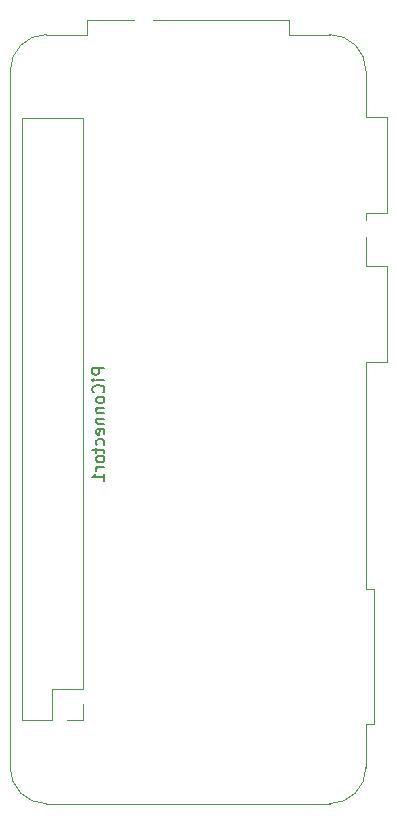
<source format=gbo>
G04 #@! TF.GenerationSoftware,KiCad,Pcbnew,(6.0.6-0)*
G04 #@! TF.CreationDate,2022-10-13T17:11:31-07:00*
G04 #@! TF.ProjectId,Atverter_vE1r5,41747665-7274-4657-925f-76453172352e,rev?*
G04 #@! TF.SameCoordinates,Original*
G04 #@! TF.FileFunction,Legend,Bot*
G04 #@! TF.FilePolarity,Positive*
%FSLAX46Y46*%
G04 Gerber Fmt 4.6, Leading zero omitted, Abs format (unit mm)*
G04 Created by KiCad (PCBNEW (6.0.6-0)) date 2022-10-13 17:11:31*
%MOMM*%
%LPD*%
G01*
G04 APERTURE LIST*
%ADD10C,0.150000*%
%ADD11C,0.120000*%
%ADD12R,1.700000X1.700000*%
%ADD13C,1.600000*%
%ADD14O,1.600000X1.600000*%
%ADD15C,4.000000*%
%ADD16O,3.500000X3.500000*%
%ADD17R,1.905000X2.000000*%
%ADD18O,1.905000X2.000000*%
%ADD19O,1.700000X1.700000*%
%ADD20R,2.400000X2.400000*%
%ADD21C,2.400000*%
%ADD22R,1.600000X1.600000*%
%ADD23C,2.100000*%
%ADD24R,1.600000X2.400000*%
%ADD25O,1.600000X2.400000*%
%ADD26C,1.500000*%
%ADD27R,2.400000X1.600000*%
%ADD28O,2.400000X1.600000*%
%ADD29R,1.980000X3.960000*%
%ADD30O,1.980000X3.960000*%
%ADD31R,2.000000X1.905000*%
%ADD32O,2.000000X1.905000*%
G04 APERTURE END LIST*
D10*
X72842380Y-97496904D02*
X71842380Y-97496904D01*
X71842380Y-97877857D01*
X71890000Y-97973095D01*
X71937619Y-98020714D01*
X72032857Y-98068333D01*
X72175714Y-98068333D01*
X72270952Y-98020714D01*
X72318571Y-97973095D01*
X72366190Y-97877857D01*
X72366190Y-97496904D01*
X72842380Y-98496904D02*
X72175714Y-98496904D01*
X71842380Y-98496904D02*
X71890000Y-98449285D01*
X71937619Y-98496904D01*
X71890000Y-98544523D01*
X71842380Y-98496904D01*
X71937619Y-98496904D01*
X72747142Y-99544523D02*
X72794761Y-99496904D01*
X72842380Y-99354047D01*
X72842380Y-99258809D01*
X72794761Y-99115952D01*
X72699523Y-99020714D01*
X72604285Y-98973095D01*
X72413809Y-98925476D01*
X72270952Y-98925476D01*
X72080476Y-98973095D01*
X71985238Y-99020714D01*
X71890000Y-99115952D01*
X71842380Y-99258809D01*
X71842380Y-99354047D01*
X71890000Y-99496904D01*
X71937619Y-99544523D01*
X72842380Y-100115952D02*
X72794761Y-100020714D01*
X72747142Y-99973095D01*
X72651904Y-99925476D01*
X72366190Y-99925476D01*
X72270952Y-99973095D01*
X72223333Y-100020714D01*
X72175714Y-100115952D01*
X72175714Y-100258809D01*
X72223333Y-100354047D01*
X72270952Y-100401666D01*
X72366190Y-100449285D01*
X72651904Y-100449285D01*
X72747142Y-100401666D01*
X72794761Y-100354047D01*
X72842380Y-100258809D01*
X72842380Y-100115952D01*
X72175714Y-100877857D02*
X72842380Y-100877857D01*
X72270952Y-100877857D02*
X72223333Y-100925476D01*
X72175714Y-101020714D01*
X72175714Y-101163571D01*
X72223333Y-101258809D01*
X72318571Y-101306428D01*
X72842380Y-101306428D01*
X72175714Y-101782619D02*
X72842380Y-101782619D01*
X72270952Y-101782619D02*
X72223333Y-101830238D01*
X72175714Y-101925476D01*
X72175714Y-102068333D01*
X72223333Y-102163571D01*
X72318571Y-102211190D01*
X72842380Y-102211190D01*
X72794761Y-103068333D02*
X72842380Y-102973095D01*
X72842380Y-102782619D01*
X72794761Y-102687380D01*
X72699523Y-102639761D01*
X72318571Y-102639761D01*
X72223333Y-102687380D01*
X72175714Y-102782619D01*
X72175714Y-102973095D01*
X72223333Y-103068333D01*
X72318571Y-103115952D01*
X72413809Y-103115952D01*
X72509047Y-102639761D01*
X72794761Y-103973095D02*
X72842380Y-103877857D01*
X72842380Y-103687380D01*
X72794761Y-103592142D01*
X72747142Y-103544523D01*
X72651904Y-103496904D01*
X72366190Y-103496904D01*
X72270952Y-103544523D01*
X72223333Y-103592142D01*
X72175714Y-103687380D01*
X72175714Y-103877857D01*
X72223333Y-103973095D01*
X72175714Y-104258809D02*
X72175714Y-104639761D01*
X71842380Y-104401666D02*
X72699523Y-104401666D01*
X72794761Y-104449285D01*
X72842380Y-104544523D01*
X72842380Y-104639761D01*
X72842380Y-105115952D02*
X72794761Y-105020714D01*
X72747142Y-104973095D01*
X72651904Y-104925476D01*
X72366190Y-104925476D01*
X72270952Y-104973095D01*
X72223333Y-105020714D01*
X72175714Y-105115952D01*
X72175714Y-105258809D01*
X72223333Y-105354047D01*
X72270952Y-105401666D01*
X72366190Y-105449285D01*
X72651904Y-105449285D01*
X72747142Y-105401666D01*
X72794761Y-105354047D01*
X72842380Y-105258809D01*
X72842380Y-105115952D01*
X72842380Y-105877857D02*
X72175714Y-105877857D01*
X72366190Y-105877857D02*
X72270952Y-105925476D01*
X72223333Y-105973095D01*
X72175714Y-106068333D01*
X72175714Y-106163571D01*
X72842380Y-107020714D02*
X72842380Y-106449285D01*
X72842380Y-106735000D02*
X71842380Y-106735000D01*
X71985238Y-106639761D01*
X72080476Y-106544523D01*
X72128095Y-106449285D01*
D11*
X88500000Y-69250000D02*
X91940000Y-69250000D01*
X65840000Y-76350000D02*
X71040000Y-76350000D01*
X96800000Y-76250000D02*
X96800000Y-84370000D01*
X96800000Y-96970000D02*
X95000000Y-96970000D01*
X71040000Y-124670000D02*
X71040000Y-76350000D01*
X95000000Y-116200000D02*
X95700000Y-116200000D01*
X71040000Y-127270000D02*
X71040000Y-125940000D01*
X71380000Y-69250000D02*
X67940000Y-69250000D01*
X95000000Y-76250000D02*
X96800000Y-76250000D01*
X96800000Y-84370000D02*
X95000000Y-84370000D01*
X68440000Y-127270000D02*
X68440000Y-124670000D01*
X67940000Y-134370000D02*
X91940000Y-134370000D01*
X71380000Y-69250000D02*
X71380000Y-68050000D01*
X88500000Y-68050000D02*
X88500000Y-69250000D01*
X95700000Y-116200000D02*
X95700000Y-127620000D01*
X96800000Y-88850000D02*
X96800000Y-96970000D01*
X95000000Y-84370000D02*
X95000000Y-88850000D01*
X95000000Y-127620000D02*
X95000000Y-131310000D01*
X64880000Y-72310000D02*
X64880000Y-131310000D01*
X95000000Y-88850000D02*
X96800000Y-88850000D01*
X71380000Y-68050000D02*
X88500000Y-68050000D01*
X95000000Y-72310000D02*
X95000000Y-76250000D01*
X68440000Y-124670000D02*
X71040000Y-124670000D01*
X95000000Y-96970000D02*
X95000000Y-116200000D01*
X65840000Y-127270000D02*
X65840000Y-76350000D01*
X69710000Y-127270000D02*
X71040000Y-127270000D01*
X65840000Y-127270000D02*
X68440000Y-127270000D01*
X95700000Y-127620000D02*
X95000000Y-127620000D01*
X64880000Y-131310000D02*
G75*
G03*
X67940000Y-134370000I3059999J-1D01*
G01*
X67940000Y-69250000D02*
G75*
G03*
X64880000Y-72310000I-1J-3059999D01*
G01*
X95000000Y-72310000D02*
G75*
G03*
X91940000Y-69250000I-3060000J0D01*
G01*
X91940000Y-134370000D02*
G75*
G03*
X95000000Y-131310000I0J3060000D01*
G01*
%LPC*%
D12*
X91440000Y-60960000D03*
D13*
X74295000Y-107950000D03*
D14*
X74295000Y-115570000D03*
D15*
X109220000Y-91680000D03*
X109220000Y-121680000D03*
D16*
X99060000Y-78550000D03*
D17*
X101600000Y-61890000D03*
D18*
X99060000Y-61890000D03*
X96520000Y-61890000D03*
D12*
X144780000Y-68590000D03*
D19*
X144780000Y-71130000D03*
X144780000Y-73670000D03*
X144780000Y-76210000D03*
D12*
X91440000Y-66040000D03*
D13*
X87630000Y-55880000D03*
D14*
X80010000Y-55880000D03*
D20*
X137160000Y-83820000D03*
D21*
X137160000Y-91320000D03*
D13*
X87630000Y-66040000D03*
D14*
X80010000Y-66040000D03*
D22*
X90160000Y-118100000D03*
D14*
X90160000Y-115560000D03*
X90160000Y-113020000D03*
X90160000Y-110480000D03*
X90160000Y-107940000D03*
X90160000Y-105400000D03*
X90160000Y-102860000D03*
X90160000Y-100320000D03*
X90160000Y-97780000D03*
X90160000Y-95240000D03*
X90160000Y-92700000D03*
X90160000Y-90160000D03*
X90160000Y-87620000D03*
X90160000Y-85080000D03*
X82540000Y-85080000D03*
X82540000Y-87620000D03*
X82540000Y-90160000D03*
X82540000Y-92700000D03*
X82540000Y-95240000D03*
X82540000Y-97780000D03*
X82540000Y-100320000D03*
X82540000Y-102860000D03*
X82540000Y-105400000D03*
X82540000Y-107940000D03*
X82540000Y-110480000D03*
X82540000Y-113020000D03*
X82540000Y-115560000D03*
X82540000Y-118100000D03*
D13*
X74295000Y-124460000D03*
X74295000Y-119460000D03*
X114300000Y-127000000D03*
D14*
X106680000Y-127000000D03*
D22*
X78740000Y-114945000D03*
D14*
X78740000Y-112405000D03*
X78740000Y-109865000D03*
X78740000Y-107325000D03*
X78740000Y-104785000D03*
X78740000Y-102245000D03*
X78740000Y-99705000D03*
X78740000Y-97165000D03*
D23*
X74295000Y-104775000D03*
X74295000Y-102235000D03*
X74295000Y-99695000D03*
D13*
X119380000Y-59730000D03*
X119380000Y-64730000D03*
D24*
X68575000Y-52085000D03*
D25*
X71115000Y-52085000D03*
X73655000Y-52085000D03*
X76195000Y-52085000D03*
X78735000Y-52085000D03*
X81275000Y-52085000D03*
X83815000Y-52085000D03*
X83815000Y-44465000D03*
X81275000Y-44465000D03*
X78735000Y-44465000D03*
X76195000Y-44465000D03*
X73655000Y-44465000D03*
X71115000Y-44465000D03*
X68575000Y-44465000D03*
D23*
X74360370Y-94615000D03*
X74360370Y-92075000D03*
X74360370Y-89535000D03*
D16*
X110490000Y-78740000D03*
D17*
X113030000Y-62080000D03*
D18*
X110490000Y-62080000D03*
X107950000Y-62080000D03*
D13*
X86995000Y-81240000D03*
X86995000Y-76240000D03*
D12*
X119380000Y-84455000D03*
D19*
X119380000Y-81915000D03*
X121920000Y-84455000D03*
X121920000Y-81915000D03*
X124460000Y-84455000D03*
X124460000Y-81915000D03*
D13*
X104140000Y-127000000D03*
D14*
X96520000Y-127000000D03*
D24*
X114564000Y-52085000D03*
D25*
X117104000Y-52085000D03*
X119644000Y-52085000D03*
X122184000Y-52085000D03*
X122184000Y-44465000D03*
X119644000Y-44465000D03*
X117104000Y-44465000D03*
X114564000Y-44465000D03*
D13*
X103632000Y-51816000D03*
D14*
X111252000Y-51816000D03*
D26*
X95290000Y-85725000D03*
X100290000Y-85725000D03*
D22*
X92075000Y-45720000D03*
D14*
X94615000Y-45720000D03*
X97155000Y-45720000D03*
X99695000Y-45720000D03*
X102235000Y-45720000D03*
X104775000Y-45720000D03*
D22*
X132080000Y-76200000D03*
D14*
X139700000Y-76200000D03*
D13*
X115530000Y-85090000D03*
X110530000Y-85090000D03*
D12*
X79375000Y-72390000D03*
D22*
X76190000Y-55870000D03*
D14*
X68570000Y-55870000D03*
D27*
X68580000Y-59690000D03*
D28*
X68580000Y-62230000D03*
X68580000Y-64770000D03*
X68580000Y-67310000D03*
X76200000Y-67310000D03*
X76200000Y-64770000D03*
X76200000Y-62230000D03*
X76200000Y-59690000D03*
D29*
X139065000Y-59690000D03*
D30*
X134065000Y-59690000D03*
D20*
X137160000Y-110157780D03*
D21*
X137160000Y-102657780D03*
D12*
X143510000Y-116855000D03*
D19*
X143510000Y-119395000D03*
X143510000Y-121935000D03*
D22*
X127000000Y-118110000D03*
D14*
X134620000Y-118110000D03*
D13*
X127015000Y-55880000D03*
D14*
X127015000Y-63500000D03*
D13*
X106680000Y-55880000D03*
D14*
X99060000Y-55880000D03*
D13*
X86360000Y-60960000D03*
X81360000Y-60960000D03*
D12*
X86360000Y-129540000D03*
D19*
X83820000Y-129540000D03*
X81280000Y-129540000D03*
X78740000Y-129540000D03*
X76200000Y-129540000D03*
X73660000Y-129540000D03*
D12*
X143510000Y-125730000D03*
D19*
X143510000Y-128270000D03*
X143510000Y-130810000D03*
X143510000Y-133350000D03*
D12*
X91440000Y-55880000D03*
X97790000Y-132080000D03*
D19*
X100330000Y-132080000D03*
X102870000Y-132080000D03*
X105410000Y-132080000D03*
D12*
X144780000Y-55890000D03*
D19*
X144780000Y-58430000D03*
X144780000Y-60970000D03*
X144780000Y-63510000D03*
D31*
X123515000Y-69850000D03*
D32*
X123515000Y-72390000D03*
X123515000Y-74930000D03*
D13*
X118110000Y-55880000D03*
D14*
X110490000Y-55880000D03*
D29*
X130585000Y-128270000D03*
D30*
X135585000Y-128270000D03*
D22*
X100330000Y-51816000D03*
D14*
X97790000Y-51816000D03*
X95250000Y-51816000D03*
X92710000Y-51816000D03*
X90170000Y-51816000D03*
X87630000Y-51816000D03*
D13*
X91440000Y-76240000D03*
X91440000Y-81240000D03*
D12*
X74168000Y-83820000D03*
X69710000Y-125940000D03*
D19*
X67170000Y-125940000D03*
X69710000Y-123400000D03*
X67170000Y-123400000D03*
X69710000Y-120860000D03*
X67170000Y-120860000D03*
X69710000Y-118320000D03*
X67170000Y-118320000D03*
X69710000Y-115780000D03*
X67170000Y-115780000D03*
X69710000Y-113240000D03*
X67170000Y-113240000D03*
X69710000Y-110700000D03*
X67170000Y-110700000D03*
X69710000Y-108160000D03*
X67170000Y-108160000D03*
X69710000Y-105620000D03*
X67170000Y-105620000D03*
X69710000Y-103080000D03*
X67170000Y-103080000D03*
X69710000Y-100540000D03*
X67170000Y-100540000D03*
X69710000Y-98000000D03*
X67170000Y-98000000D03*
X69710000Y-95460000D03*
X67170000Y-95460000D03*
X69710000Y-92920000D03*
X67170000Y-92920000D03*
X69710000Y-90380000D03*
X67170000Y-90380000D03*
X69710000Y-87840000D03*
X67170000Y-87840000D03*
X69710000Y-85300000D03*
X67170000Y-85300000D03*
X69710000Y-82760000D03*
X67170000Y-82760000D03*
X69710000Y-80220000D03*
X67170000Y-80220000D03*
X69710000Y-77680000D03*
X67170000Y-77680000D03*
M02*

</source>
